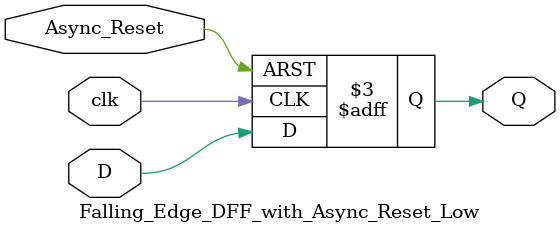
<source format=v>
module Falling_Edge_DFF_with_Async_Reset_Low(
	input D,
	input clk,
	input Async_Reset,
	output reg Q
);

always @(negedge clk or negedge Async_Reset)
begin

	if(Async_Reset == 1'b0)
		
		Q <= 1'b0;
		
	else
	
		Q <= D;

end

endmodule

</source>
